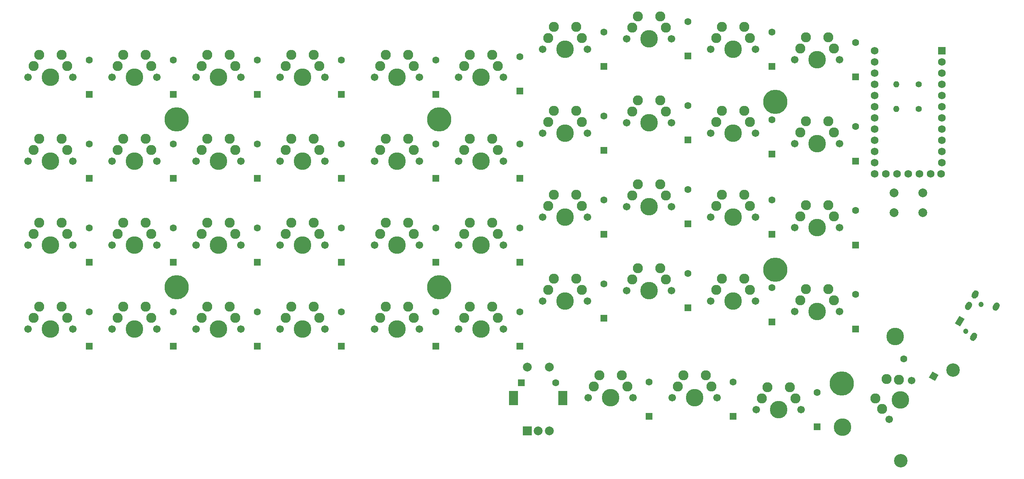
<source format=gbr>
%TF.GenerationSoftware,KiCad,Pcbnew,(5.1.9-0-10_14)*%
%TF.CreationDate,2021-04-26T22:39:47-05:00*%
%TF.ProjectId,wren-numpad,7772656e-2d6e-4756-9d70-61642e6b6963,rev?*%
%TF.SameCoordinates,Original*%
%TF.FileFunction,Soldermask,Top*%
%TF.FilePolarity,Negative*%
%FSLAX46Y46*%
G04 Gerber Fmt 4.6, Leading zero omitted, Abs format (unit mm)*
G04 Created by KiCad (PCBNEW (5.1.9-0-10_14)) date 2021-04-26 22:39:47*
%MOMM*%
%LPD*%
G01*
G04 APERTURE LIST*
%ADD10C,3.048000*%
%ADD11C,3.987800*%
%ADD12C,1.701800*%
%ADD13C,2.286000*%
%ADD14C,1.752600*%
%ADD15R,1.752600X1.752600*%
%ADD16C,1.600000*%
%ADD17R,1.600000X1.600000*%
%ADD18C,5.500000*%
%ADD19O,1.400000X1.400000*%
%ADD20C,1.400000*%
%ADD21C,0.100000*%
%ADD22C,2.000000*%
%ADD23R,2.000000X3.200000*%
%ADD24R,2.000000X2.000000*%
%ADD25C,1.200000*%
G04 APERTURE END LIST*
D10*
%TO.C,REF\u002A\u002A*%
X251483187Y-102946548D03*
X239583187Y-123557952D03*
D11*
X238284960Y-95326548D03*
X226384960Y-115937952D03*
%TD*%
D12*
%TO.C,MX21*%
X215582500Y-70643750D03*
X225742500Y-70643750D03*
D13*
X216852500Y-68103750D03*
D11*
X220662500Y-70643750D03*
D13*
X223202500Y-65563750D03*
X218122500Y-65563750D03*
X224472500Y-68103750D03*
%TD*%
D12*
%TO.C,MX41*%
X236944000Y-114159159D03*
X242024000Y-105360341D03*
D13*
X235379295Y-111789307D03*
D11*
X239484000Y-109759750D03*
D13*
X236354591Y-105020045D03*
X233814591Y-109419455D03*
X239189295Y-105190193D03*
%TD*%
D12*
%TO.C,MX10*%
X41751250Y-36512500D03*
X51911250Y-36512500D03*
D13*
X43021250Y-33972500D03*
D11*
X46831250Y-36512500D03*
D13*
X49371250Y-31432500D03*
X44291250Y-31432500D03*
X50641250Y-33972500D03*
%TD*%
D12*
%TO.C,MX15*%
X139382500Y-55562500D03*
X149542500Y-55562500D03*
D13*
X140652500Y-53022500D03*
D11*
X144462500Y-55562500D03*
D13*
X147002500Y-50482500D03*
X141922500Y-50482500D03*
X148272500Y-53022500D03*
%TD*%
D12*
%TO.C,MX44*%
X168745000Y-109251750D03*
X178905000Y-109251750D03*
D13*
X170015000Y-106711750D03*
D11*
X173825000Y-109251750D03*
D13*
X176365000Y-104171750D03*
X171285000Y-104171750D03*
X177635000Y-106711750D03*
%TD*%
D12*
%TO.C,MX43*%
X187795000Y-109251750D03*
X197955000Y-109251750D03*
D13*
X189065000Y-106711750D03*
D11*
X192875000Y-109251750D03*
D13*
X195415000Y-104171750D03*
X190335000Y-104171750D03*
X196685000Y-106711750D03*
%TD*%
D12*
%TO.C,MX42*%
X206845000Y-111918750D03*
X217005000Y-111918750D03*
D13*
X208115000Y-109378750D03*
D11*
X211925000Y-111918750D03*
D13*
X214465000Y-106838750D03*
X209385000Y-106838750D03*
X215735000Y-109378750D03*
%TD*%
D12*
%TO.C,MX40*%
X41751250Y-93662500D03*
X51911250Y-93662500D03*
D13*
X43021250Y-91122500D03*
D11*
X46831250Y-93662500D03*
D13*
X49371250Y-88582500D03*
X44291250Y-88582500D03*
X50641250Y-91122500D03*
%TD*%
D12*
%TO.C,MX39*%
X60801250Y-93662500D03*
X70961250Y-93662500D03*
D13*
X62071250Y-91122500D03*
D11*
X65881250Y-93662500D03*
D13*
X68421250Y-88582500D03*
X63341250Y-88582500D03*
X69691250Y-91122500D03*
%TD*%
D12*
%TO.C,MX38*%
X79851250Y-93662500D03*
X90011250Y-93662500D03*
D13*
X81121250Y-91122500D03*
D11*
X84931250Y-93662500D03*
D13*
X87471250Y-88582500D03*
X82391250Y-88582500D03*
X88741250Y-91122500D03*
%TD*%
D12*
%TO.C,MX37*%
X98901250Y-93662500D03*
X109061250Y-93662500D03*
D13*
X100171250Y-91122500D03*
D11*
X103981250Y-93662500D03*
D13*
X106521250Y-88582500D03*
X101441250Y-88582500D03*
X107791250Y-91122500D03*
%TD*%
D12*
%TO.C,MX36*%
X120332500Y-93662500D03*
X130492500Y-93662500D03*
D13*
X121602500Y-91122500D03*
D11*
X125412500Y-93662500D03*
D13*
X127952500Y-88582500D03*
X122872500Y-88582500D03*
X129222500Y-91122500D03*
%TD*%
D12*
%TO.C,MX35*%
X139382500Y-93662500D03*
X149542500Y-93662500D03*
D13*
X140652500Y-91122500D03*
D11*
X144462500Y-93662500D03*
D13*
X147002500Y-88582500D03*
X141922500Y-88582500D03*
X148272500Y-91122500D03*
%TD*%
D12*
%TO.C,MX34*%
X158432500Y-87312500D03*
X168592500Y-87312500D03*
D13*
X159702500Y-84772500D03*
D11*
X163512500Y-87312500D03*
D13*
X166052500Y-82232500D03*
X160972500Y-82232500D03*
X167322500Y-84772500D03*
%TD*%
D12*
%TO.C,MX33*%
X177482500Y-84931250D03*
X187642500Y-84931250D03*
D13*
X178752500Y-82391250D03*
D11*
X182562500Y-84931250D03*
D13*
X185102500Y-79851250D03*
X180022500Y-79851250D03*
X186372500Y-82391250D03*
%TD*%
D12*
%TO.C,MX32*%
X196532500Y-87312500D03*
X206692500Y-87312500D03*
D13*
X197802500Y-84772500D03*
D11*
X201612500Y-87312500D03*
D13*
X204152500Y-82232500D03*
X199072500Y-82232500D03*
X205422500Y-84772500D03*
%TD*%
D12*
%TO.C,MX31*%
X215582500Y-89693750D03*
X225742500Y-89693750D03*
D13*
X216852500Y-87153750D03*
D11*
X220662500Y-89693750D03*
D13*
X223202500Y-84613750D03*
X218122500Y-84613750D03*
X224472500Y-87153750D03*
%TD*%
D12*
%TO.C,MX30*%
X41751250Y-74612500D03*
X51911250Y-74612500D03*
D13*
X43021250Y-72072500D03*
D11*
X46831250Y-74612500D03*
D13*
X49371250Y-69532500D03*
X44291250Y-69532500D03*
X50641250Y-72072500D03*
%TD*%
D12*
%TO.C,MX29*%
X60801250Y-74612500D03*
X70961250Y-74612500D03*
D13*
X62071250Y-72072500D03*
D11*
X65881250Y-74612500D03*
D13*
X68421250Y-69532500D03*
X63341250Y-69532500D03*
X69691250Y-72072500D03*
%TD*%
D12*
%TO.C,MX28*%
X79851250Y-74612500D03*
X90011250Y-74612500D03*
D13*
X81121250Y-72072500D03*
D11*
X84931250Y-74612500D03*
D13*
X87471250Y-69532500D03*
X82391250Y-69532500D03*
X88741250Y-72072500D03*
%TD*%
D12*
%TO.C,MX27*%
X98901250Y-74612500D03*
X109061250Y-74612500D03*
D13*
X100171250Y-72072500D03*
D11*
X103981250Y-74612500D03*
D13*
X106521250Y-69532500D03*
X101441250Y-69532500D03*
X107791250Y-72072500D03*
%TD*%
D12*
%TO.C,MX26*%
X120332500Y-74612500D03*
X130492500Y-74612500D03*
D13*
X121602500Y-72072500D03*
D11*
X125412500Y-74612500D03*
D13*
X127952500Y-69532500D03*
X122872500Y-69532500D03*
X129222500Y-72072500D03*
%TD*%
D12*
%TO.C,MX25*%
X139382500Y-74612500D03*
X149542500Y-74612500D03*
D13*
X140652500Y-72072500D03*
D11*
X144462500Y-74612500D03*
D13*
X147002500Y-69532500D03*
X141922500Y-69532500D03*
X148272500Y-72072500D03*
%TD*%
D12*
%TO.C,MX24*%
X158432500Y-68262500D03*
X168592500Y-68262500D03*
D13*
X159702500Y-65722500D03*
D11*
X163512500Y-68262500D03*
D13*
X166052500Y-63182500D03*
X160972500Y-63182500D03*
X167322500Y-65722500D03*
%TD*%
D12*
%TO.C,MX23*%
X177482500Y-65881250D03*
X187642500Y-65881250D03*
D13*
X178752500Y-63341250D03*
D11*
X182562500Y-65881250D03*
D13*
X185102500Y-60801250D03*
X180022500Y-60801250D03*
X186372500Y-63341250D03*
%TD*%
D12*
%TO.C,MX22*%
X196532500Y-68262500D03*
X206692500Y-68262500D03*
D13*
X197802500Y-65722500D03*
D11*
X201612500Y-68262500D03*
D13*
X204152500Y-63182500D03*
X199072500Y-63182500D03*
X205422500Y-65722500D03*
%TD*%
D12*
%TO.C,MX20*%
X41751250Y-55562500D03*
X51911250Y-55562500D03*
D13*
X43021250Y-53022500D03*
D11*
X46831250Y-55562500D03*
D13*
X49371250Y-50482500D03*
X44291250Y-50482500D03*
X50641250Y-53022500D03*
%TD*%
D12*
%TO.C,MX19*%
X60801250Y-55562500D03*
X70961250Y-55562500D03*
D13*
X62071250Y-53022500D03*
D11*
X65881250Y-55562500D03*
D13*
X68421250Y-50482500D03*
X63341250Y-50482500D03*
X69691250Y-53022500D03*
%TD*%
D12*
%TO.C,MX18*%
X79851250Y-55562500D03*
X90011250Y-55562500D03*
D13*
X81121250Y-53022500D03*
D11*
X84931250Y-55562500D03*
D13*
X87471250Y-50482500D03*
X82391250Y-50482500D03*
X88741250Y-53022500D03*
%TD*%
D12*
%TO.C,MX17*%
X98901250Y-55562500D03*
X109061250Y-55562500D03*
D13*
X100171250Y-53022500D03*
D11*
X103981250Y-55562500D03*
D13*
X106521250Y-50482500D03*
X101441250Y-50482500D03*
X107791250Y-53022500D03*
%TD*%
D12*
%TO.C,MX16*%
X120332500Y-55562500D03*
X130492500Y-55562500D03*
D13*
X121602500Y-53022500D03*
D11*
X125412500Y-55562500D03*
D13*
X127952500Y-50482500D03*
X122872500Y-50482500D03*
X129222500Y-53022500D03*
%TD*%
D12*
%TO.C,MX14*%
X158432500Y-49212500D03*
X168592500Y-49212500D03*
D13*
X159702500Y-46672500D03*
D11*
X163512500Y-49212500D03*
D13*
X166052500Y-44132500D03*
X160972500Y-44132500D03*
X167322500Y-46672500D03*
%TD*%
D12*
%TO.C,MX13*%
X177482500Y-46831250D03*
X187642500Y-46831250D03*
D13*
X178752500Y-44291250D03*
D11*
X182562500Y-46831250D03*
D13*
X185102500Y-41751250D03*
X180022500Y-41751250D03*
X186372500Y-44291250D03*
%TD*%
D12*
%TO.C,MX12*%
X196532500Y-49212500D03*
X206692500Y-49212500D03*
D13*
X197802500Y-46672500D03*
D11*
X201612500Y-49212500D03*
D13*
X204152500Y-44132500D03*
X199072500Y-44132500D03*
X205422500Y-46672500D03*
%TD*%
D12*
%TO.C,MX11*%
X215582500Y-51593750D03*
X225742500Y-51593750D03*
D13*
X216852500Y-49053750D03*
D11*
X220662500Y-51593750D03*
D13*
X223202500Y-46513750D03*
X218122500Y-46513750D03*
X224472500Y-49053750D03*
%TD*%
D12*
%TO.C,MX9*%
X60801250Y-36512500D03*
X70961250Y-36512500D03*
D13*
X62071250Y-33972500D03*
D11*
X65881250Y-36512500D03*
D13*
X68421250Y-31432500D03*
X63341250Y-31432500D03*
X69691250Y-33972500D03*
%TD*%
D12*
%TO.C,MX8*%
X79851250Y-36512500D03*
X90011250Y-36512500D03*
D13*
X81121250Y-33972500D03*
D11*
X84931250Y-36512500D03*
D13*
X87471250Y-31432500D03*
X82391250Y-31432500D03*
X88741250Y-33972500D03*
%TD*%
D12*
%TO.C,MX7*%
X98901250Y-36512500D03*
X109061250Y-36512500D03*
D13*
X100171250Y-33972500D03*
D11*
X103981250Y-36512500D03*
D13*
X106521250Y-31432500D03*
X101441250Y-31432500D03*
X107791250Y-33972500D03*
%TD*%
D12*
%TO.C,MX6*%
X120332500Y-36512500D03*
X130492500Y-36512500D03*
D13*
X121602500Y-33972500D03*
D11*
X125412500Y-36512500D03*
D13*
X127952500Y-31432500D03*
X122872500Y-31432500D03*
X129222500Y-33972500D03*
%TD*%
D12*
%TO.C,MX5*%
X139382500Y-36512500D03*
X149542500Y-36512500D03*
D13*
X140652500Y-33972500D03*
D11*
X144462500Y-36512500D03*
D13*
X147002500Y-31432500D03*
X141922500Y-31432500D03*
X148272500Y-33972500D03*
%TD*%
D12*
%TO.C,MX4*%
X158432500Y-30162500D03*
X168592500Y-30162500D03*
D13*
X159702500Y-27622500D03*
D11*
X163512500Y-30162500D03*
D13*
X166052500Y-25082500D03*
X160972500Y-25082500D03*
X167322500Y-27622500D03*
%TD*%
D12*
%TO.C,MX3*%
X177482500Y-27781250D03*
X187642500Y-27781250D03*
D13*
X178752500Y-25241250D03*
D11*
X182562500Y-27781250D03*
D13*
X185102500Y-22701250D03*
X180022500Y-22701250D03*
X186372500Y-25241250D03*
%TD*%
D12*
%TO.C,MX2*%
X196532500Y-30162500D03*
X206692500Y-30162500D03*
D13*
X197802500Y-27622500D03*
D11*
X201612500Y-30162500D03*
D13*
X204152500Y-25082500D03*
X199072500Y-25082500D03*
X205422500Y-27622500D03*
%TD*%
D12*
%TO.C,MX1*%
X215582500Y-32543750D03*
X225742500Y-32543750D03*
D13*
X216852500Y-30003750D03*
D11*
X220662500Y-32543750D03*
D13*
X223202500Y-27463750D03*
X218122500Y-27463750D03*
X224472500Y-30003750D03*
%TD*%
D14*
%TO.C,U1*%
X246380000Y-58420000D03*
X243840000Y-58420000D03*
X241300000Y-58420000D03*
X238760000Y-58420000D03*
X236220000Y-58420000D03*
X233680000Y-30480000D03*
X248691400Y-58420000D03*
X233680000Y-33020000D03*
X233680000Y-35560000D03*
X233680000Y-38100000D03*
X233680000Y-40640000D03*
X233680000Y-43180000D03*
X233680000Y-45720000D03*
X233680000Y-48260000D03*
X233680000Y-50800000D03*
X233680000Y-53340000D03*
X233680000Y-55880000D03*
X233680000Y-58420000D03*
X248920000Y-55880000D03*
X248920000Y-53340000D03*
X248920000Y-50800000D03*
X248920000Y-48260000D03*
X248920000Y-45720000D03*
X248920000Y-43180000D03*
X248920000Y-40640000D03*
X248920000Y-38100000D03*
X248920000Y-35560000D03*
X248920000Y-33020000D03*
D15*
X248920000Y-30480000D03*
%TD*%
D16*
%TO.C,D43*%
X201609500Y-105637500D03*
D17*
X201609500Y-113437500D03*
%TD*%
D18*
%TO.C,H7*%
X226250500Y-106013250D03*
%TD*%
%TO.C,H6*%
X211137500Y-80168750D03*
%TD*%
%TO.C,H5*%
X134937500Y-84137500D03*
%TD*%
%TO.C,H4*%
X75446000Y-84137500D03*
%TD*%
%TO.C,H3*%
X211137500Y-42068750D03*
%TD*%
%TO.C,H2*%
X134937500Y-46037500D03*
%TD*%
%TO.C,H1*%
X75446000Y-46037500D03*
%TD*%
D19*
%TO.C,R2*%
X238585000Y-43656250D03*
D20*
X243665000Y-43656250D03*
%TD*%
D19*
%TO.C,R1*%
X238585000Y-38100000D03*
D20*
X243665000Y-38100000D03*
%TD*%
D16*
%TO.C,D45*%
X161342000Y-105822750D03*
D17*
X153542000Y-105822750D03*
%TD*%
D16*
%TO.C,D44*%
X182562500Y-105637500D03*
D17*
X182562500Y-113437500D03*
%TD*%
D16*
%TO.C,D42*%
X220653500Y-108018750D03*
D17*
X220653500Y-115818750D03*
%TD*%
D16*
%TO.C,D41*%
X240290501Y-100443750D03*
D21*
G36*
X248138319Y-104050930D02*
G01*
X247338319Y-105436570D01*
X245952679Y-104636570D01*
X246752679Y-103250930D01*
X248138319Y-104050930D01*
G37*
%TD*%
D16*
%TO.C,D40*%
X55605500Y-89762500D03*
D17*
X55605500Y-97562500D03*
%TD*%
D16*
%TO.C,D39*%
X74649500Y-89762500D03*
D17*
X74649500Y-97562500D03*
%TD*%
D16*
%TO.C,D38*%
X93693500Y-89750000D03*
D17*
X93693500Y-97550000D03*
%TD*%
D16*
%TO.C,D37*%
X112737500Y-89762500D03*
D17*
X112737500Y-97562500D03*
%TD*%
D16*
%TO.C,D36*%
X134162000Y-89762500D03*
D17*
X134162000Y-97562500D03*
%TD*%
D16*
%TO.C,D35*%
X153206000Y-89762500D03*
D17*
X153206000Y-97562500D03*
%TD*%
D16*
%TO.C,D34*%
X172250000Y-83412500D03*
D17*
X172250000Y-91212500D03*
%TD*%
D16*
%TO.C,D33*%
X191294000Y-81031250D03*
D17*
X191294000Y-88831250D03*
%TD*%
D16*
%TO.C,D32*%
X210338000Y-84206250D03*
D17*
X210338000Y-92006250D03*
%TD*%
D16*
%TO.C,D31*%
X229382000Y-85793750D03*
D17*
X229382000Y-93593750D03*
%TD*%
D16*
%TO.C,D30*%
X55605500Y-70712500D03*
D17*
X55605500Y-78512500D03*
%TD*%
D16*
%TO.C,D29*%
X74649500Y-70712500D03*
D17*
X74649500Y-78512500D03*
%TD*%
D16*
%TO.C,D28*%
X93693500Y-70712500D03*
D17*
X93693500Y-78512500D03*
%TD*%
D16*
%TO.C,D27*%
X112737500Y-70712500D03*
D17*
X112737500Y-78512500D03*
%TD*%
D16*
%TO.C,D26*%
X134162000Y-70712500D03*
D17*
X134162000Y-78512500D03*
%TD*%
D16*
%TO.C,D25*%
X153206000Y-70712500D03*
D17*
X153206000Y-78512500D03*
%TD*%
D16*
%TO.C,D24*%
X172250000Y-64362500D03*
D17*
X172250000Y-72162500D03*
%TD*%
D16*
%TO.C,D23*%
X191294000Y-61981250D03*
D17*
X191294000Y-69781250D03*
%TD*%
D16*
%TO.C,D22*%
X210338000Y-64362500D03*
D17*
X210338000Y-72162500D03*
%TD*%
D16*
%TO.C,D21*%
X229382000Y-66743750D03*
D17*
X229382000Y-74543750D03*
%TD*%
D16*
%TO.C,D20*%
X55605500Y-51662500D03*
D17*
X55605500Y-59462500D03*
%TD*%
D16*
%TO.C,D19*%
X74649500Y-51662500D03*
D17*
X74649500Y-59462500D03*
%TD*%
D16*
%TO.C,D18*%
X93693500Y-51662500D03*
D17*
X93693500Y-59462500D03*
%TD*%
D16*
%TO.C,D17*%
X112737500Y-51662500D03*
D17*
X112737500Y-59462500D03*
%TD*%
D16*
%TO.C,D16*%
X134162000Y-51662500D03*
D17*
X134162000Y-59462500D03*
%TD*%
D16*
%TO.C,D15*%
X153206000Y-51662500D03*
D17*
X153206000Y-59462500D03*
%TD*%
D16*
%TO.C,D14*%
X172250000Y-45312500D03*
D17*
X172250000Y-53112500D03*
%TD*%
D16*
%TO.C,D13*%
X191294000Y-42931250D03*
D17*
X191294000Y-50731250D03*
%TD*%
D16*
%TO.C,D12*%
X210338000Y-46106250D03*
D17*
X210338000Y-53906250D03*
%TD*%
D16*
%TO.C,D11*%
X229382000Y-47693750D03*
D17*
X229382000Y-55493750D03*
%TD*%
D16*
%TO.C,D10*%
X55605500Y-32612500D03*
D17*
X55605500Y-40412500D03*
%TD*%
D16*
%TO.C,D9*%
X74649500Y-32612500D03*
D17*
X74649500Y-40412500D03*
%TD*%
D16*
%TO.C,D8*%
X93693500Y-32612500D03*
D17*
X93693500Y-40412500D03*
%TD*%
D16*
%TO.C,D7*%
X112737500Y-32612500D03*
D17*
X112737500Y-40412500D03*
%TD*%
D16*
%TO.C,D6*%
X134162000Y-32612500D03*
D17*
X134162000Y-40412500D03*
%TD*%
D16*
%TO.C,D5*%
X153206000Y-31818750D03*
D17*
X153206000Y-39618750D03*
%TD*%
D16*
%TO.C,D4*%
X172250000Y-26262500D03*
D17*
X172250000Y-34062500D03*
%TD*%
D16*
%TO.C,D3*%
X191294000Y-23881250D03*
D17*
X191294000Y-31681250D03*
%TD*%
D16*
%TO.C,D2*%
X210338000Y-26262500D03*
D17*
X210338000Y-34062500D03*
%TD*%
D16*
%TO.C,D1*%
X229382000Y-28581250D03*
D17*
X229382000Y-36381250D03*
%TD*%
D22*
%TO.C,ENC1*%
X159902000Y-102266750D03*
X154902000Y-102266750D03*
D23*
X163002000Y-109266750D03*
X151802000Y-109266750D03*
D22*
X159902000Y-116766750D03*
X157402000Y-116766750D03*
D24*
X154902000Y-116766750D03*
%TD*%
D22*
%TO.C,SW0*%
X244561500Y-62706250D03*
X244561500Y-67206250D03*
X238061500Y-62706250D03*
X238061500Y-67206250D03*
%TD*%
D25*
%TO.C,J1*%
X254287858Y-94128583D03*
X257787858Y-88066405D03*
G36*
G01*
X256946000Y-84924546D02*
X256946000Y-84924546D01*
G75*
G02*
X257202218Y-85880764I-350000J-606218D01*
G01*
X256902218Y-86400380D01*
G75*
G02*
X255946000Y-86656598I-606218J350000D01*
G01*
X255946000Y-86656598D01*
G75*
G02*
X255689782Y-85700380I350000J606218D01*
G01*
X255989782Y-85180764D01*
G75*
G02*
X256946000Y-84924546I606218J-350000D01*
G01*
G37*
G36*
G01*
X255446000Y-87522622D02*
X255446000Y-87522622D01*
G75*
G02*
X255702218Y-88478840I-350000J-606218D01*
G01*
X255402218Y-88998456D01*
G75*
G02*
X254446000Y-89254674I-606218J350000D01*
G01*
X254446000Y-89254674D01*
G75*
G02*
X254189782Y-88298456I350000J606218D01*
G01*
X254489782Y-87778840D01*
G75*
G02*
X255446000Y-87522622I606218J-350000D01*
G01*
G37*
D21*
G36*
X252839782Y-90636725D02*
G01*
X254052218Y-91336725D01*
X253052218Y-93068775D01*
X251839782Y-92368775D01*
X252839782Y-90636725D01*
G37*
G36*
G01*
X256593114Y-94535762D02*
X256593114Y-94535762D01*
G75*
G02*
X256849332Y-95491980I-350000J-606218D01*
G01*
X256549332Y-96011596D01*
G75*
G02*
X255593114Y-96267814I-606218J350000D01*
G01*
X255593114Y-96267814D01*
G75*
G02*
X255336896Y-95311596I350000J606218D01*
G01*
X255636896Y-94791980D01*
G75*
G02*
X256593114Y-94535762I606218J-350000D01*
G01*
G37*
G36*
G01*
X261709140Y-87674546D02*
X261709140Y-87674546D01*
G75*
G02*
X261965358Y-88630764I-350000J-606218D01*
G01*
X261665358Y-89150380D01*
G75*
G02*
X260709140Y-89406598I-606218J350000D01*
G01*
X260709140Y-89406598D01*
G75*
G02*
X260452922Y-88450380I350000J606218D01*
G01*
X260752922Y-87930764D01*
G75*
G02*
X261709140Y-87674546I606218J-350000D01*
G01*
G37*
%TD*%
M02*

</source>
